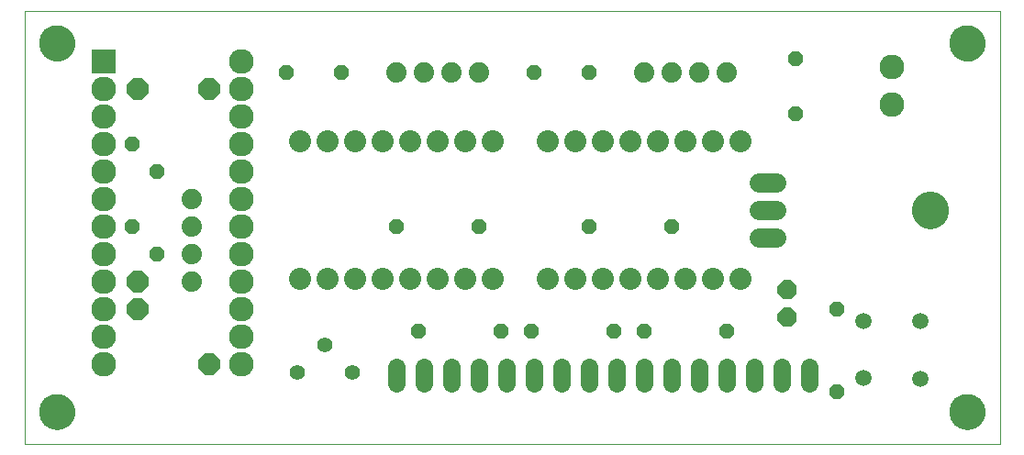
<source format=gts>
G75*
%MOIN*%
%OFA0B0*%
%FSLAX25Y25*%
%IPPOS*%
%LPD*%
%AMOC8*
5,1,8,0,0,1.08239X$1,22.5*
%
%ADD10C,0.00000*%
%ADD11C,0.12998*%
%ADD12OC8,0.05600*%
%ADD13OC8,0.07000*%
%ADD14C,0.07400*%
%ADD15C,0.07000*%
%ADD16C,0.13400*%
%ADD17C,0.09000*%
%ADD18C,0.06400*%
%ADD19C,0.08000*%
%ADD20R,0.09000X0.09000*%
%ADD21C,0.05943*%
%ADD22C,0.05550*%
%ADD23OC8,0.08000*%
D10*
X0001800Y0001800D02*
X0001800Y0159280D01*
X0356131Y0159280D01*
X0356131Y0001800D01*
X0001800Y0001800D01*
X0007312Y0013611D02*
X0007314Y0013769D01*
X0007320Y0013927D01*
X0007330Y0014085D01*
X0007344Y0014243D01*
X0007362Y0014400D01*
X0007383Y0014557D01*
X0007409Y0014713D01*
X0007439Y0014869D01*
X0007472Y0015024D01*
X0007510Y0015177D01*
X0007551Y0015330D01*
X0007596Y0015482D01*
X0007645Y0015633D01*
X0007698Y0015782D01*
X0007754Y0015930D01*
X0007814Y0016076D01*
X0007878Y0016221D01*
X0007946Y0016364D01*
X0008017Y0016506D01*
X0008091Y0016646D01*
X0008169Y0016783D01*
X0008251Y0016919D01*
X0008335Y0017053D01*
X0008424Y0017184D01*
X0008515Y0017313D01*
X0008610Y0017440D01*
X0008707Y0017565D01*
X0008808Y0017687D01*
X0008912Y0017806D01*
X0009019Y0017923D01*
X0009129Y0018037D01*
X0009242Y0018148D01*
X0009357Y0018257D01*
X0009475Y0018362D01*
X0009596Y0018464D01*
X0009719Y0018564D01*
X0009845Y0018660D01*
X0009973Y0018753D01*
X0010103Y0018843D01*
X0010236Y0018929D01*
X0010371Y0019013D01*
X0010507Y0019092D01*
X0010646Y0019169D01*
X0010787Y0019241D01*
X0010929Y0019311D01*
X0011073Y0019376D01*
X0011219Y0019438D01*
X0011366Y0019496D01*
X0011515Y0019551D01*
X0011665Y0019602D01*
X0011816Y0019649D01*
X0011968Y0019692D01*
X0012121Y0019731D01*
X0012276Y0019767D01*
X0012431Y0019798D01*
X0012587Y0019826D01*
X0012743Y0019850D01*
X0012900Y0019870D01*
X0013058Y0019886D01*
X0013215Y0019898D01*
X0013374Y0019906D01*
X0013532Y0019910D01*
X0013690Y0019910D01*
X0013848Y0019906D01*
X0014007Y0019898D01*
X0014164Y0019886D01*
X0014322Y0019870D01*
X0014479Y0019850D01*
X0014635Y0019826D01*
X0014791Y0019798D01*
X0014946Y0019767D01*
X0015101Y0019731D01*
X0015254Y0019692D01*
X0015406Y0019649D01*
X0015557Y0019602D01*
X0015707Y0019551D01*
X0015856Y0019496D01*
X0016003Y0019438D01*
X0016149Y0019376D01*
X0016293Y0019311D01*
X0016435Y0019241D01*
X0016576Y0019169D01*
X0016715Y0019092D01*
X0016851Y0019013D01*
X0016986Y0018929D01*
X0017119Y0018843D01*
X0017249Y0018753D01*
X0017377Y0018660D01*
X0017503Y0018564D01*
X0017626Y0018464D01*
X0017747Y0018362D01*
X0017865Y0018257D01*
X0017980Y0018148D01*
X0018093Y0018037D01*
X0018203Y0017923D01*
X0018310Y0017806D01*
X0018414Y0017687D01*
X0018515Y0017565D01*
X0018612Y0017440D01*
X0018707Y0017313D01*
X0018798Y0017184D01*
X0018887Y0017053D01*
X0018971Y0016919D01*
X0019053Y0016783D01*
X0019131Y0016646D01*
X0019205Y0016506D01*
X0019276Y0016364D01*
X0019344Y0016221D01*
X0019408Y0016076D01*
X0019468Y0015930D01*
X0019524Y0015782D01*
X0019577Y0015633D01*
X0019626Y0015482D01*
X0019671Y0015330D01*
X0019712Y0015177D01*
X0019750Y0015024D01*
X0019783Y0014869D01*
X0019813Y0014713D01*
X0019839Y0014557D01*
X0019860Y0014400D01*
X0019878Y0014243D01*
X0019892Y0014085D01*
X0019902Y0013927D01*
X0019908Y0013769D01*
X0019910Y0013611D01*
X0019908Y0013453D01*
X0019902Y0013295D01*
X0019892Y0013137D01*
X0019878Y0012979D01*
X0019860Y0012822D01*
X0019839Y0012665D01*
X0019813Y0012509D01*
X0019783Y0012353D01*
X0019750Y0012198D01*
X0019712Y0012045D01*
X0019671Y0011892D01*
X0019626Y0011740D01*
X0019577Y0011589D01*
X0019524Y0011440D01*
X0019468Y0011292D01*
X0019408Y0011146D01*
X0019344Y0011001D01*
X0019276Y0010858D01*
X0019205Y0010716D01*
X0019131Y0010576D01*
X0019053Y0010439D01*
X0018971Y0010303D01*
X0018887Y0010169D01*
X0018798Y0010038D01*
X0018707Y0009909D01*
X0018612Y0009782D01*
X0018515Y0009657D01*
X0018414Y0009535D01*
X0018310Y0009416D01*
X0018203Y0009299D01*
X0018093Y0009185D01*
X0017980Y0009074D01*
X0017865Y0008965D01*
X0017747Y0008860D01*
X0017626Y0008758D01*
X0017503Y0008658D01*
X0017377Y0008562D01*
X0017249Y0008469D01*
X0017119Y0008379D01*
X0016986Y0008293D01*
X0016851Y0008209D01*
X0016715Y0008130D01*
X0016576Y0008053D01*
X0016435Y0007981D01*
X0016293Y0007911D01*
X0016149Y0007846D01*
X0016003Y0007784D01*
X0015856Y0007726D01*
X0015707Y0007671D01*
X0015557Y0007620D01*
X0015406Y0007573D01*
X0015254Y0007530D01*
X0015101Y0007491D01*
X0014946Y0007455D01*
X0014791Y0007424D01*
X0014635Y0007396D01*
X0014479Y0007372D01*
X0014322Y0007352D01*
X0014164Y0007336D01*
X0014007Y0007324D01*
X0013848Y0007316D01*
X0013690Y0007312D01*
X0013532Y0007312D01*
X0013374Y0007316D01*
X0013215Y0007324D01*
X0013058Y0007336D01*
X0012900Y0007352D01*
X0012743Y0007372D01*
X0012587Y0007396D01*
X0012431Y0007424D01*
X0012276Y0007455D01*
X0012121Y0007491D01*
X0011968Y0007530D01*
X0011816Y0007573D01*
X0011665Y0007620D01*
X0011515Y0007671D01*
X0011366Y0007726D01*
X0011219Y0007784D01*
X0011073Y0007846D01*
X0010929Y0007911D01*
X0010787Y0007981D01*
X0010646Y0008053D01*
X0010507Y0008130D01*
X0010371Y0008209D01*
X0010236Y0008293D01*
X0010103Y0008379D01*
X0009973Y0008469D01*
X0009845Y0008562D01*
X0009719Y0008658D01*
X0009596Y0008758D01*
X0009475Y0008860D01*
X0009357Y0008965D01*
X0009242Y0009074D01*
X0009129Y0009185D01*
X0009019Y0009299D01*
X0008912Y0009416D01*
X0008808Y0009535D01*
X0008707Y0009657D01*
X0008610Y0009782D01*
X0008515Y0009909D01*
X0008424Y0010038D01*
X0008335Y0010169D01*
X0008251Y0010303D01*
X0008169Y0010439D01*
X0008091Y0010576D01*
X0008017Y0010716D01*
X0007946Y0010858D01*
X0007878Y0011001D01*
X0007814Y0011146D01*
X0007754Y0011292D01*
X0007698Y0011440D01*
X0007645Y0011589D01*
X0007596Y0011740D01*
X0007551Y0011892D01*
X0007510Y0012045D01*
X0007472Y0012198D01*
X0007439Y0012353D01*
X0007409Y0012509D01*
X0007383Y0012665D01*
X0007362Y0012822D01*
X0007344Y0012979D01*
X0007330Y0013137D01*
X0007320Y0013295D01*
X0007314Y0013453D01*
X0007312Y0013611D01*
X0007312Y0147469D02*
X0007314Y0147627D01*
X0007320Y0147785D01*
X0007330Y0147943D01*
X0007344Y0148101D01*
X0007362Y0148258D01*
X0007383Y0148415D01*
X0007409Y0148571D01*
X0007439Y0148727D01*
X0007472Y0148882D01*
X0007510Y0149035D01*
X0007551Y0149188D01*
X0007596Y0149340D01*
X0007645Y0149491D01*
X0007698Y0149640D01*
X0007754Y0149788D01*
X0007814Y0149934D01*
X0007878Y0150079D01*
X0007946Y0150222D01*
X0008017Y0150364D01*
X0008091Y0150504D01*
X0008169Y0150641D01*
X0008251Y0150777D01*
X0008335Y0150911D01*
X0008424Y0151042D01*
X0008515Y0151171D01*
X0008610Y0151298D01*
X0008707Y0151423D01*
X0008808Y0151545D01*
X0008912Y0151664D01*
X0009019Y0151781D01*
X0009129Y0151895D01*
X0009242Y0152006D01*
X0009357Y0152115D01*
X0009475Y0152220D01*
X0009596Y0152322D01*
X0009719Y0152422D01*
X0009845Y0152518D01*
X0009973Y0152611D01*
X0010103Y0152701D01*
X0010236Y0152787D01*
X0010371Y0152871D01*
X0010507Y0152950D01*
X0010646Y0153027D01*
X0010787Y0153099D01*
X0010929Y0153169D01*
X0011073Y0153234D01*
X0011219Y0153296D01*
X0011366Y0153354D01*
X0011515Y0153409D01*
X0011665Y0153460D01*
X0011816Y0153507D01*
X0011968Y0153550D01*
X0012121Y0153589D01*
X0012276Y0153625D01*
X0012431Y0153656D01*
X0012587Y0153684D01*
X0012743Y0153708D01*
X0012900Y0153728D01*
X0013058Y0153744D01*
X0013215Y0153756D01*
X0013374Y0153764D01*
X0013532Y0153768D01*
X0013690Y0153768D01*
X0013848Y0153764D01*
X0014007Y0153756D01*
X0014164Y0153744D01*
X0014322Y0153728D01*
X0014479Y0153708D01*
X0014635Y0153684D01*
X0014791Y0153656D01*
X0014946Y0153625D01*
X0015101Y0153589D01*
X0015254Y0153550D01*
X0015406Y0153507D01*
X0015557Y0153460D01*
X0015707Y0153409D01*
X0015856Y0153354D01*
X0016003Y0153296D01*
X0016149Y0153234D01*
X0016293Y0153169D01*
X0016435Y0153099D01*
X0016576Y0153027D01*
X0016715Y0152950D01*
X0016851Y0152871D01*
X0016986Y0152787D01*
X0017119Y0152701D01*
X0017249Y0152611D01*
X0017377Y0152518D01*
X0017503Y0152422D01*
X0017626Y0152322D01*
X0017747Y0152220D01*
X0017865Y0152115D01*
X0017980Y0152006D01*
X0018093Y0151895D01*
X0018203Y0151781D01*
X0018310Y0151664D01*
X0018414Y0151545D01*
X0018515Y0151423D01*
X0018612Y0151298D01*
X0018707Y0151171D01*
X0018798Y0151042D01*
X0018887Y0150911D01*
X0018971Y0150777D01*
X0019053Y0150641D01*
X0019131Y0150504D01*
X0019205Y0150364D01*
X0019276Y0150222D01*
X0019344Y0150079D01*
X0019408Y0149934D01*
X0019468Y0149788D01*
X0019524Y0149640D01*
X0019577Y0149491D01*
X0019626Y0149340D01*
X0019671Y0149188D01*
X0019712Y0149035D01*
X0019750Y0148882D01*
X0019783Y0148727D01*
X0019813Y0148571D01*
X0019839Y0148415D01*
X0019860Y0148258D01*
X0019878Y0148101D01*
X0019892Y0147943D01*
X0019902Y0147785D01*
X0019908Y0147627D01*
X0019910Y0147469D01*
X0019908Y0147311D01*
X0019902Y0147153D01*
X0019892Y0146995D01*
X0019878Y0146837D01*
X0019860Y0146680D01*
X0019839Y0146523D01*
X0019813Y0146367D01*
X0019783Y0146211D01*
X0019750Y0146056D01*
X0019712Y0145903D01*
X0019671Y0145750D01*
X0019626Y0145598D01*
X0019577Y0145447D01*
X0019524Y0145298D01*
X0019468Y0145150D01*
X0019408Y0145004D01*
X0019344Y0144859D01*
X0019276Y0144716D01*
X0019205Y0144574D01*
X0019131Y0144434D01*
X0019053Y0144297D01*
X0018971Y0144161D01*
X0018887Y0144027D01*
X0018798Y0143896D01*
X0018707Y0143767D01*
X0018612Y0143640D01*
X0018515Y0143515D01*
X0018414Y0143393D01*
X0018310Y0143274D01*
X0018203Y0143157D01*
X0018093Y0143043D01*
X0017980Y0142932D01*
X0017865Y0142823D01*
X0017747Y0142718D01*
X0017626Y0142616D01*
X0017503Y0142516D01*
X0017377Y0142420D01*
X0017249Y0142327D01*
X0017119Y0142237D01*
X0016986Y0142151D01*
X0016851Y0142067D01*
X0016715Y0141988D01*
X0016576Y0141911D01*
X0016435Y0141839D01*
X0016293Y0141769D01*
X0016149Y0141704D01*
X0016003Y0141642D01*
X0015856Y0141584D01*
X0015707Y0141529D01*
X0015557Y0141478D01*
X0015406Y0141431D01*
X0015254Y0141388D01*
X0015101Y0141349D01*
X0014946Y0141313D01*
X0014791Y0141282D01*
X0014635Y0141254D01*
X0014479Y0141230D01*
X0014322Y0141210D01*
X0014164Y0141194D01*
X0014007Y0141182D01*
X0013848Y0141174D01*
X0013690Y0141170D01*
X0013532Y0141170D01*
X0013374Y0141174D01*
X0013215Y0141182D01*
X0013058Y0141194D01*
X0012900Y0141210D01*
X0012743Y0141230D01*
X0012587Y0141254D01*
X0012431Y0141282D01*
X0012276Y0141313D01*
X0012121Y0141349D01*
X0011968Y0141388D01*
X0011816Y0141431D01*
X0011665Y0141478D01*
X0011515Y0141529D01*
X0011366Y0141584D01*
X0011219Y0141642D01*
X0011073Y0141704D01*
X0010929Y0141769D01*
X0010787Y0141839D01*
X0010646Y0141911D01*
X0010507Y0141988D01*
X0010371Y0142067D01*
X0010236Y0142151D01*
X0010103Y0142237D01*
X0009973Y0142327D01*
X0009845Y0142420D01*
X0009719Y0142516D01*
X0009596Y0142616D01*
X0009475Y0142718D01*
X0009357Y0142823D01*
X0009242Y0142932D01*
X0009129Y0143043D01*
X0009019Y0143157D01*
X0008912Y0143274D01*
X0008808Y0143393D01*
X0008707Y0143515D01*
X0008610Y0143640D01*
X0008515Y0143767D01*
X0008424Y0143896D01*
X0008335Y0144027D01*
X0008251Y0144161D01*
X0008169Y0144297D01*
X0008091Y0144434D01*
X0008017Y0144574D01*
X0007946Y0144716D01*
X0007878Y0144859D01*
X0007814Y0145004D01*
X0007754Y0145150D01*
X0007698Y0145298D01*
X0007645Y0145447D01*
X0007596Y0145598D01*
X0007551Y0145750D01*
X0007510Y0145903D01*
X0007472Y0146056D01*
X0007439Y0146211D01*
X0007409Y0146367D01*
X0007383Y0146523D01*
X0007362Y0146680D01*
X0007344Y0146837D01*
X0007330Y0146995D01*
X0007320Y0147153D01*
X0007314Y0147311D01*
X0007312Y0147469D01*
X0324300Y0086800D02*
X0324302Y0086961D01*
X0324308Y0087121D01*
X0324318Y0087282D01*
X0324332Y0087442D01*
X0324350Y0087602D01*
X0324371Y0087761D01*
X0324397Y0087920D01*
X0324427Y0088078D01*
X0324460Y0088235D01*
X0324498Y0088392D01*
X0324539Y0088547D01*
X0324584Y0088701D01*
X0324633Y0088854D01*
X0324686Y0089006D01*
X0324742Y0089157D01*
X0324803Y0089306D01*
X0324866Y0089454D01*
X0324934Y0089600D01*
X0325005Y0089744D01*
X0325079Y0089886D01*
X0325157Y0090027D01*
X0325239Y0090165D01*
X0325324Y0090302D01*
X0325412Y0090436D01*
X0325504Y0090568D01*
X0325599Y0090698D01*
X0325697Y0090826D01*
X0325798Y0090951D01*
X0325902Y0091073D01*
X0326009Y0091193D01*
X0326119Y0091310D01*
X0326232Y0091425D01*
X0326348Y0091536D01*
X0326467Y0091645D01*
X0326588Y0091750D01*
X0326712Y0091853D01*
X0326838Y0091953D01*
X0326966Y0092049D01*
X0327097Y0092142D01*
X0327231Y0092232D01*
X0327366Y0092319D01*
X0327504Y0092402D01*
X0327643Y0092482D01*
X0327785Y0092558D01*
X0327928Y0092631D01*
X0328073Y0092700D01*
X0328220Y0092766D01*
X0328368Y0092828D01*
X0328518Y0092886D01*
X0328669Y0092941D01*
X0328822Y0092992D01*
X0328976Y0093039D01*
X0329131Y0093082D01*
X0329287Y0093121D01*
X0329443Y0093157D01*
X0329601Y0093188D01*
X0329759Y0093216D01*
X0329918Y0093240D01*
X0330078Y0093260D01*
X0330238Y0093276D01*
X0330398Y0093288D01*
X0330559Y0093296D01*
X0330720Y0093300D01*
X0330880Y0093300D01*
X0331041Y0093296D01*
X0331202Y0093288D01*
X0331362Y0093276D01*
X0331522Y0093260D01*
X0331682Y0093240D01*
X0331841Y0093216D01*
X0331999Y0093188D01*
X0332157Y0093157D01*
X0332313Y0093121D01*
X0332469Y0093082D01*
X0332624Y0093039D01*
X0332778Y0092992D01*
X0332931Y0092941D01*
X0333082Y0092886D01*
X0333232Y0092828D01*
X0333380Y0092766D01*
X0333527Y0092700D01*
X0333672Y0092631D01*
X0333815Y0092558D01*
X0333957Y0092482D01*
X0334096Y0092402D01*
X0334234Y0092319D01*
X0334369Y0092232D01*
X0334503Y0092142D01*
X0334634Y0092049D01*
X0334762Y0091953D01*
X0334888Y0091853D01*
X0335012Y0091750D01*
X0335133Y0091645D01*
X0335252Y0091536D01*
X0335368Y0091425D01*
X0335481Y0091310D01*
X0335591Y0091193D01*
X0335698Y0091073D01*
X0335802Y0090951D01*
X0335903Y0090826D01*
X0336001Y0090698D01*
X0336096Y0090568D01*
X0336188Y0090436D01*
X0336276Y0090302D01*
X0336361Y0090165D01*
X0336443Y0090027D01*
X0336521Y0089886D01*
X0336595Y0089744D01*
X0336666Y0089600D01*
X0336734Y0089454D01*
X0336797Y0089306D01*
X0336858Y0089157D01*
X0336914Y0089006D01*
X0336967Y0088854D01*
X0337016Y0088701D01*
X0337061Y0088547D01*
X0337102Y0088392D01*
X0337140Y0088235D01*
X0337173Y0088078D01*
X0337203Y0087920D01*
X0337229Y0087761D01*
X0337250Y0087602D01*
X0337268Y0087442D01*
X0337282Y0087282D01*
X0337292Y0087121D01*
X0337298Y0086961D01*
X0337300Y0086800D01*
X0337298Y0086639D01*
X0337292Y0086479D01*
X0337282Y0086318D01*
X0337268Y0086158D01*
X0337250Y0085998D01*
X0337229Y0085839D01*
X0337203Y0085680D01*
X0337173Y0085522D01*
X0337140Y0085365D01*
X0337102Y0085208D01*
X0337061Y0085053D01*
X0337016Y0084899D01*
X0336967Y0084746D01*
X0336914Y0084594D01*
X0336858Y0084443D01*
X0336797Y0084294D01*
X0336734Y0084146D01*
X0336666Y0084000D01*
X0336595Y0083856D01*
X0336521Y0083714D01*
X0336443Y0083573D01*
X0336361Y0083435D01*
X0336276Y0083298D01*
X0336188Y0083164D01*
X0336096Y0083032D01*
X0336001Y0082902D01*
X0335903Y0082774D01*
X0335802Y0082649D01*
X0335698Y0082527D01*
X0335591Y0082407D01*
X0335481Y0082290D01*
X0335368Y0082175D01*
X0335252Y0082064D01*
X0335133Y0081955D01*
X0335012Y0081850D01*
X0334888Y0081747D01*
X0334762Y0081647D01*
X0334634Y0081551D01*
X0334503Y0081458D01*
X0334369Y0081368D01*
X0334234Y0081281D01*
X0334096Y0081198D01*
X0333957Y0081118D01*
X0333815Y0081042D01*
X0333672Y0080969D01*
X0333527Y0080900D01*
X0333380Y0080834D01*
X0333232Y0080772D01*
X0333082Y0080714D01*
X0332931Y0080659D01*
X0332778Y0080608D01*
X0332624Y0080561D01*
X0332469Y0080518D01*
X0332313Y0080479D01*
X0332157Y0080443D01*
X0331999Y0080412D01*
X0331841Y0080384D01*
X0331682Y0080360D01*
X0331522Y0080340D01*
X0331362Y0080324D01*
X0331202Y0080312D01*
X0331041Y0080304D01*
X0330880Y0080300D01*
X0330720Y0080300D01*
X0330559Y0080304D01*
X0330398Y0080312D01*
X0330238Y0080324D01*
X0330078Y0080340D01*
X0329918Y0080360D01*
X0329759Y0080384D01*
X0329601Y0080412D01*
X0329443Y0080443D01*
X0329287Y0080479D01*
X0329131Y0080518D01*
X0328976Y0080561D01*
X0328822Y0080608D01*
X0328669Y0080659D01*
X0328518Y0080714D01*
X0328368Y0080772D01*
X0328220Y0080834D01*
X0328073Y0080900D01*
X0327928Y0080969D01*
X0327785Y0081042D01*
X0327643Y0081118D01*
X0327504Y0081198D01*
X0327366Y0081281D01*
X0327231Y0081368D01*
X0327097Y0081458D01*
X0326966Y0081551D01*
X0326838Y0081647D01*
X0326712Y0081747D01*
X0326588Y0081850D01*
X0326467Y0081955D01*
X0326348Y0082064D01*
X0326232Y0082175D01*
X0326119Y0082290D01*
X0326009Y0082407D01*
X0325902Y0082527D01*
X0325798Y0082649D01*
X0325697Y0082774D01*
X0325599Y0082902D01*
X0325504Y0083032D01*
X0325412Y0083164D01*
X0325324Y0083298D01*
X0325239Y0083435D01*
X0325157Y0083573D01*
X0325079Y0083714D01*
X0325005Y0083856D01*
X0324934Y0084000D01*
X0324866Y0084146D01*
X0324803Y0084294D01*
X0324742Y0084443D01*
X0324686Y0084594D01*
X0324633Y0084746D01*
X0324584Y0084899D01*
X0324539Y0085053D01*
X0324498Y0085208D01*
X0324460Y0085365D01*
X0324427Y0085522D01*
X0324397Y0085680D01*
X0324371Y0085839D01*
X0324350Y0085998D01*
X0324332Y0086158D01*
X0324318Y0086318D01*
X0324308Y0086479D01*
X0324302Y0086639D01*
X0324300Y0086800D01*
X0338021Y0147469D02*
X0338023Y0147627D01*
X0338029Y0147785D01*
X0338039Y0147943D01*
X0338053Y0148101D01*
X0338071Y0148258D01*
X0338092Y0148415D01*
X0338118Y0148571D01*
X0338148Y0148727D01*
X0338181Y0148882D01*
X0338219Y0149035D01*
X0338260Y0149188D01*
X0338305Y0149340D01*
X0338354Y0149491D01*
X0338407Y0149640D01*
X0338463Y0149788D01*
X0338523Y0149934D01*
X0338587Y0150079D01*
X0338655Y0150222D01*
X0338726Y0150364D01*
X0338800Y0150504D01*
X0338878Y0150641D01*
X0338960Y0150777D01*
X0339044Y0150911D01*
X0339133Y0151042D01*
X0339224Y0151171D01*
X0339319Y0151298D01*
X0339416Y0151423D01*
X0339517Y0151545D01*
X0339621Y0151664D01*
X0339728Y0151781D01*
X0339838Y0151895D01*
X0339951Y0152006D01*
X0340066Y0152115D01*
X0340184Y0152220D01*
X0340305Y0152322D01*
X0340428Y0152422D01*
X0340554Y0152518D01*
X0340682Y0152611D01*
X0340812Y0152701D01*
X0340945Y0152787D01*
X0341080Y0152871D01*
X0341216Y0152950D01*
X0341355Y0153027D01*
X0341496Y0153099D01*
X0341638Y0153169D01*
X0341782Y0153234D01*
X0341928Y0153296D01*
X0342075Y0153354D01*
X0342224Y0153409D01*
X0342374Y0153460D01*
X0342525Y0153507D01*
X0342677Y0153550D01*
X0342830Y0153589D01*
X0342985Y0153625D01*
X0343140Y0153656D01*
X0343296Y0153684D01*
X0343452Y0153708D01*
X0343609Y0153728D01*
X0343767Y0153744D01*
X0343924Y0153756D01*
X0344083Y0153764D01*
X0344241Y0153768D01*
X0344399Y0153768D01*
X0344557Y0153764D01*
X0344716Y0153756D01*
X0344873Y0153744D01*
X0345031Y0153728D01*
X0345188Y0153708D01*
X0345344Y0153684D01*
X0345500Y0153656D01*
X0345655Y0153625D01*
X0345810Y0153589D01*
X0345963Y0153550D01*
X0346115Y0153507D01*
X0346266Y0153460D01*
X0346416Y0153409D01*
X0346565Y0153354D01*
X0346712Y0153296D01*
X0346858Y0153234D01*
X0347002Y0153169D01*
X0347144Y0153099D01*
X0347285Y0153027D01*
X0347424Y0152950D01*
X0347560Y0152871D01*
X0347695Y0152787D01*
X0347828Y0152701D01*
X0347958Y0152611D01*
X0348086Y0152518D01*
X0348212Y0152422D01*
X0348335Y0152322D01*
X0348456Y0152220D01*
X0348574Y0152115D01*
X0348689Y0152006D01*
X0348802Y0151895D01*
X0348912Y0151781D01*
X0349019Y0151664D01*
X0349123Y0151545D01*
X0349224Y0151423D01*
X0349321Y0151298D01*
X0349416Y0151171D01*
X0349507Y0151042D01*
X0349596Y0150911D01*
X0349680Y0150777D01*
X0349762Y0150641D01*
X0349840Y0150504D01*
X0349914Y0150364D01*
X0349985Y0150222D01*
X0350053Y0150079D01*
X0350117Y0149934D01*
X0350177Y0149788D01*
X0350233Y0149640D01*
X0350286Y0149491D01*
X0350335Y0149340D01*
X0350380Y0149188D01*
X0350421Y0149035D01*
X0350459Y0148882D01*
X0350492Y0148727D01*
X0350522Y0148571D01*
X0350548Y0148415D01*
X0350569Y0148258D01*
X0350587Y0148101D01*
X0350601Y0147943D01*
X0350611Y0147785D01*
X0350617Y0147627D01*
X0350619Y0147469D01*
X0350617Y0147311D01*
X0350611Y0147153D01*
X0350601Y0146995D01*
X0350587Y0146837D01*
X0350569Y0146680D01*
X0350548Y0146523D01*
X0350522Y0146367D01*
X0350492Y0146211D01*
X0350459Y0146056D01*
X0350421Y0145903D01*
X0350380Y0145750D01*
X0350335Y0145598D01*
X0350286Y0145447D01*
X0350233Y0145298D01*
X0350177Y0145150D01*
X0350117Y0145004D01*
X0350053Y0144859D01*
X0349985Y0144716D01*
X0349914Y0144574D01*
X0349840Y0144434D01*
X0349762Y0144297D01*
X0349680Y0144161D01*
X0349596Y0144027D01*
X0349507Y0143896D01*
X0349416Y0143767D01*
X0349321Y0143640D01*
X0349224Y0143515D01*
X0349123Y0143393D01*
X0349019Y0143274D01*
X0348912Y0143157D01*
X0348802Y0143043D01*
X0348689Y0142932D01*
X0348574Y0142823D01*
X0348456Y0142718D01*
X0348335Y0142616D01*
X0348212Y0142516D01*
X0348086Y0142420D01*
X0347958Y0142327D01*
X0347828Y0142237D01*
X0347695Y0142151D01*
X0347560Y0142067D01*
X0347424Y0141988D01*
X0347285Y0141911D01*
X0347144Y0141839D01*
X0347002Y0141769D01*
X0346858Y0141704D01*
X0346712Y0141642D01*
X0346565Y0141584D01*
X0346416Y0141529D01*
X0346266Y0141478D01*
X0346115Y0141431D01*
X0345963Y0141388D01*
X0345810Y0141349D01*
X0345655Y0141313D01*
X0345500Y0141282D01*
X0345344Y0141254D01*
X0345188Y0141230D01*
X0345031Y0141210D01*
X0344873Y0141194D01*
X0344716Y0141182D01*
X0344557Y0141174D01*
X0344399Y0141170D01*
X0344241Y0141170D01*
X0344083Y0141174D01*
X0343924Y0141182D01*
X0343767Y0141194D01*
X0343609Y0141210D01*
X0343452Y0141230D01*
X0343296Y0141254D01*
X0343140Y0141282D01*
X0342985Y0141313D01*
X0342830Y0141349D01*
X0342677Y0141388D01*
X0342525Y0141431D01*
X0342374Y0141478D01*
X0342224Y0141529D01*
X0342075Y0141584D01*
X0341928Y0141642D01*
X0341782Y0141704D01*
X0341638Y0141769D01*
X0341496Y0141839D01*
X0341355Y0141911D01*
X0341216Y0141988D01*
X0341080Y0142067D01*
X0340945Y0142151D01*
X0340812Y0142237D01*
X0340682Y0142327D01*
X0340554Y0142420D01*
X0340428Y0142516D01*
X0340305Y0142616D01*
X0340184Y0142718D01*
X0340066Y0142823D01*
X0339951Y0142932D01*
X0339838Y0143043D01*
X0339728Y0143157D01*
X0339621Y0143274D01*
X0339517Y0143393D01*
X0339416Y0143515D01*
X0339319Y0143640D01*
X0339224Y0143767D01*
X0339133Y0143896D01*
X0339044Y0144027D01*
X0338960Y0144161D01*
X0338878Y0144297D01*
X0338800Y0144434D01*
X0338726Y0144574D01*
X0338655Y0144716D01*
X0338587Y0144859D01*
X0338523Y0145004D01*
X0338463Y0145150D01*
X0338407Y0145298D01*
X0338354Y0145447D01*
X0338305Y0145598D01*
X0338260Y0145750D01*
X0338219Y0145903D01*
X0338181Y0146056D01*
X0338148Y0146211D01*
X0338118Y0146367D01*
X0338092Y0146523D01*
X0338071Y0146680D01*
X0338053Y0146837D01*
X0338039Y0146995D01*
X0338029Y0147153D01*
X0338023Y0147311D01*
X0338021Y0147469D01*
X0338021Y0013611D02*
X0338023Y0013769D01*
X0338029Y0013927D01*
X0338039Y0014085D01*
X0338053Y0014243D01*
X0338071Y0014400D01*
X0338092Y0014557D01*
X0338118Y0014713D01*
X0338148Y0014869D01*
X0338181Y0015024D01*
X0338219Y0015177D01*
X0338260Y0015330D01*
X0338305Y0015482D01*
X0338354Y0015633D01*
X0338407Y0015782D01*
X0338463Y0015930D01*
X0338523Y0016076D01*
X0338587Y0016221D01*
X0338655Y0016364D01*
X0338726Y0016506D01*
X0338800Y0016646D01*
X0338878Y0016783D01*
X0338960Y0016919D01*
X0339044Y0017053D01*
X0339133Y0017184D01*
X0339224Y0017313D01*
X0339319Y0017440D01*
X0339416Y0017565D01*
X0339517Y0017687D01*
X0339621Y0017806D01*
X0339728Y0017923D01*
X0339838Y0018037D01*
X0339951Y0018148D01*
X0340066Y0018257D01*
X0340184Y0018362D01*
X0340305Y0018464D01*
X0340428Y0018564D01*
X0340554Y0018660D01*
X0340682Y0018753D01*
X0340812Y0018843D01*
X0340945Y0018929D01*
X0341080Y0019013D01*
X0341216Y0019092D01*
X0341355Y0019169D01*
X0341496Y0019241D01*
X0341638Y0019311D01*
X0341782Y0019376D01*
X0341928Y0019438D01*
X0342075Y0019496D01*
X0342224Y0019551D01*
X0342374Y0019602D01*
X0342525Y0019649D01*
X0342677Y0019692D01*
X0342830Y0019731D01*
X0342985Y0019767D01*
X0343140Y0019798D01*
X0343296Y0019826D01*
X0343452Y0019850D01*
X0343609Y0019870D01*
X0343767Y0019886D01*
X0343924Y0019898D01*
X0344083Y0019906D01*
X0344241Y0019910D01*
X0344399Y0019910D01*
X0344557Y0019906D01*
X0344716Y0019898D01*
X0344873Y0019886D01*
X0345031Y0019870D01*
X0345188Y0019850D01*
X0345344Y0019826D01*
X0345500Y0019798D01*
X0345655Y0019767D01*
X0345810Y0019731D01*
X0345963Y0019692D01*
X0346115Y0019649D01*
X0346266Y0019602D01*
X0346416Y0019551D01*
X0346565Y0019496D01*
X0346712Y0019438D01*
X0346858Y0019376D01*
X0347002Y0019311D01*
X0347144Y0019241D01*
X0347285Y0019169D01*
X0347424Y0019092D01*
X0347560Y0019013D01*
X0347695Y0018929D01*
X0347828Y0018843D01*
X0347958Y0018753D01*
X0348086Y0018660D01*
X0348212Y0018564D01*
X0348335Y0018464D01*
X0348456Y0018362D01*
X0348574Y0018257D01*
X0348689Y0018148D01*
X0348802Y0018037D01*
X0348912Y0017923D01*
X0349019Y0017806D01*
X0349123Y0017687D01*
X0349224Y0017565D01*
X0349321Y0017440D01*
X0349416Y0017313D01*
X0349507Y0017184D01*
X0349596Y0017053D01*
X0349680Y0016919D01*
X0349762Y0016783D01*
X0349840Y0016646D01*
X0349914Y0016506D01*
X0349985Y0016364D01*
X0350053Y0016221D01*
X0350117Y0016076D01*
X0350177Y0015930D01*
X0350233Y0015782D01*
X0350286Y0015633D01*
X0350335Y0015482D01*
X0350380Y0015330D01*
X0350421Y0015177D01*
X0350459Y0015024D01*
X0350492Y0014869D01*
X0350522Y0014713D01*
X0350548Y0014557D01*
X0350569Y0014400D01*
X0350587Y0014243D01*
X0350601Y0014085D01*
X0350611Y0013927D01*
X0350617Y0013769D01*
X0350619Y0013611D01*
X0350617Y0013453D01*
X0350611Y0013295D01*
X0350601Y0013137D01*
X0350587Y0012979D01*
X0350569Y0012822D01*
X0350548Y0012665D01*
X0350522Y0012509D01*
X0350492Y0012353D01*
X0350459Y0012198D01*
X0350421Y0012045D01*
X0350380Y0011892D01*
X0350335Y0011740D01*
X0350286Y0011589D01*
X0350233Y0011440D01*
X0350177Y0011292D01*
X0350117Y0011146D01*
X0350053Y0011001D01*
X0349985Y0010858D01*
X0349914Y0010716D01*
X0349840Y0010576D01*
X0349762Y0010439D01*
X0349680Y0010303D01*
X0349596Y0010169D01*
X0349507Y0010038D01*
X0349416Y0009909D01*
X0349321Y0009782D01*
X0349224Y0009657D01*
X0349123Y0009535D01*
X0349019Y0009416D01*
X0348912Y0009299D01*
X0348802Y0009185D01*
X0348689Y0009074D01*
X0348574Y0008965D01*
X0348456Y0008860D01*
X0348335Y0008758D01*
X0348212Y0008658D01*
X0348086Y0008562D01*
X0347958Y0008469D01*
X0347828Y0008379D01*
X0347695Y0008293D01*
X0347560Y0008209D01*
X0347424Y0008130D01*
X0347285Y0008053D01*
X0347144Y0007981D01*
X0347002Y0007911D01*
X0346858Y0007846D01*
X0346712Y0007784D01*
X0346565Y0007726D01*
X0346416Y0007671D01*
X0346266Y0007620D01*
X0346115Y0007573D01*
X0345963Y0007530D01*
X0345810Y0007491D01*
X0345655Y0007455D01*
X0345500Y0007424D01*
X0345344Y0007396D01*
X0345188Y0007372D01*
X0345031Y0007352D01*
X0344873Y0007336D01*
X0344716Y0007324D01*
X0344557Y0007316D01*
X0344399Y0007312D01*
X0344241Y0007312D01*
X0344083Y0007316D01*
X0343924Y0007324D01*
X0343767Y0007336D01*
X0343609Y0007352D01*
X0343452Y0007372D01*
X0343296Y0007396D01*
X0343140Y0007424D01*
X0342985Y0007455D01*
X0342830Y0007491D01*
X0342677Y0007530D01*
X0342525Y0007573D01*
X0342374Y0007620D01*
X0342224Y0007671D01*
X0342075Y0007726D01*
X0341928Y0007784D01*
X0341782Y0007846D01*
X0341638Y0007911D01*
X0341496Y0007981D01*
X0341355Y0008053D01*
X0341216Y0008130D01*
X0341080Y0008209D01*
X0340945Y0008293D01*
X0340812Y0008379D01*
X0340682Y0008469D01*
X0340554Y0008562D01*
X0340428Y0008658D01*
X0340305Y0008758D01*
X0340184Y0008860D01*
X0340066Y0008965D01*
X0339951Y0009074D01*
X0339838Y0009185D01*
X0339728Y0009299D01*
X0339621Y0009416D01*
X0339517Y0009535D01*
X0339416Y0009657D01*
X0339319Y0009782D01*
X0339224Y0009909D01*
X0339133Y0010038D01*
X0339044Y0010169D01*
X0338960Y0010303D01*
X0338878Y0010439D01*
X0338800Y0010576D01*
X0338726Y0010716D01*
X0338655Y0010858D01*
X0338587Y0011001D01*
X0338523Y0011146D01*
X0338463Y0011292D01*
X0338407Y0011440D01*
X0338354Y0011589D01*
X0338305Y0011740D01*
X0338260Y0011892D01*
X0338219Y0012045D01*
X0338181Y0012198D01*
X0338148Y0012353D01*
X0338118Y0012509D01*
X0338092Y0012665D01*
X0338071Y0012822D01*
X0338053Y0012979D01*
X0338039Y0013137D01*
X0338029Y0013295D01*
X0338023Y0013453D01*
X0338021Y0013611D01*
D11*
X0344320Y0013611D03*
X0344320Y0147469D03*
X0013611Y0147469D03*
X0013611Y0013611D03*
D12*
X0049800Y0070800D03*
X0040800Y0080800D03*
X0049800Y0100800D03*
X0040800Y0110800D03*
X0096800Y0136800D03*
X0116800Y0136800D03*
X0186800Y0136800D03*
X0206800Y0136800D03*
X0281800Y0141800D03*
X0281800Y0121800D03*
X0236800Y0080800D03*
X0206800Y0080800D03*
X0166800Y0080800D03*
X0136800Y0080800D03*
X0144800Y0042800D03*
X0174800Y0042800D03*
X0185800Y0042800D03*
X0215800Y0042800D03*
X0226800Y0042800D03*
X0256800Y0042800D03*
X0296800Y0050800D03*
X0296800Y0020800D03*
D13*
X0278800Y0047800D03*
X0278800Y0057800D03*
D14*
X0256800Y0136800D03*
X0246800Y0136800D03*
X0236800Y0136800D03*
X0226800Y0136800D03*
X0166800Y0136800D03*
X0156800Y0136800D03*
X0146800Y0136800D03*
X0136800Y0136800D03*
X0062737Y0090737D03*
X0062737Y0080737D03*
X0062737Y0070737D03*
X0062737Y0060737D03*
D15*
X0268500Y0076800D02*
X0275100Y0076800D01*
X0275100Y0086800D02*
X0268500Y0086800D01*
X0268500Y0096800D02*
X0275100Y0096800D01*
D16*
X0330800Y0086800D03*
D17*
X0316800Y0125107D03*
X0316800Y0138887D03*
X0080737Y0140737D03*
X0080737Y0130737D03*
X0080737Y0120737D03*
X0080737Y0110737D03*
X0080737Y0100737D03*
X0080737Y0090737D03*
X0080737Y0080737D03*
X0080737Y0070737D03*
X0080737Y0060737D03*
X0080737Y0050737D03*
X0080737Y0040737D03*
X0080737Y0030737D03*
X0030737Y0030737D03*
X0030737Y0040737D03*
X0030737Y0050737D03*
X0030737Y0060737D03*
X0030737Y0070737D03*
X0030737Y0080737D03*
X0030737Y0090737D03*
X0030737Y0100737D03*
X0030737Y0110737D03*
X0030737Y0120737D03*
X0030737Y0130737D03*
D18*
X0136800Y0029800D02*
X0136800Y0023800D01*
X0146800Y0023800D02*
X0146800Y0029800D01*
X0156800Y0029800D02*
X0156800Y0023800D01*
X0166800Y0023800D02*
X0166800Y0029800D01*
X0176800Y0029800D02*
X0176800Y0023800D01*
X0186800Y0023800D02*
X0186800Y0029800D01*
X0196800Y0029800D02*
X0196800Y0023800D01*
X0206800Y0023800D02*
X0206800Y0029800D01*
X0216800Y0029800D02*
X0216800Y0023800D01*
X0226800Y0023800D02*
X0226800Y0029800D01*
X0236800Y0029800D02*
X0236800Y0023800D01*
X0246800Y0023800D02*
X0246800Y0029800D01*
X0256800Y0029800D02*
X0256800Y0023800D01*
X0266800Y0023800D02*
X0266800Y0029800D01*
X0276800Y0029800D02*
X0276800Y0023800D01*
X0286800Y0023800D02*
X0286800Y0029800D01*
D19*
X0261800Y0061800D03*
X0251800Y0061800D03*
X0241800Y0061800D03*
X0231800Y0061800D03*
X0221800Y0061800D03*
X0211800Y0061800D03*
X0201800Y0061800D03*
X0191800Y0061800D03*
X0171800Y0061800D03*
X0161800Y0061800D03*
X0151800Y0061800D03*
X0141800Y0061800D03*
X0131800Y0061800D03*
X0121800Y0061800D03*
X0111800Y0061800D03*
X0101800Y0061800D03*
X0101800Y0111800D03*
X0111800Y0111800D03*
X0121800Y0111800D03*
X0131800Y0111800D03*
X0141800Y0111800D03*
X0151800Y0111800D03*
X0161800Y0111800D03*
X0171800Y0111800D03*
X0191800Y0111800D03*
X0201800Y0111800D03*
X0211800Y0111800D03*
X0221800Y0111800D03*
X0231800Y0111800D03*
X0241800Y0111800D03*
X0251800Y0111800D03*
X0261800Y0111800D03*
D20*
X0030737Y0140737D03*
D21*
X0306646Y0046414D03*
X0327367Y0046367D03*
X0327383Y0025666D03*
X0306662Y0025713D03*
D22*
X0120800Y0027800D03*
X0100800Y0027800D03*
X0110800Y0037800D03*
D23*
X0068800Y0030800D03*
X0042800Y0050800D03*
X0042800Y0060800D03*
X0042800Y0130800D03*
X0068800Y0130800D03*
M02*

</source>
